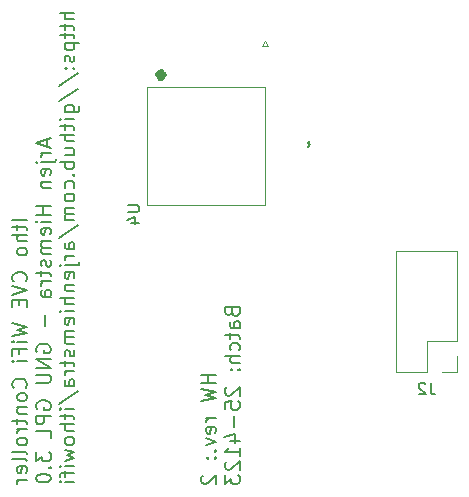
<source format=gbo>
G04 #@! TF.GenerationSoftware,KiCad,Pcbnew,7.0.7*
G04 #@! TF.CreationDate,2023-10-13T16:37:57+02:00*
G04 #@! TF.ProjectId,ithowifi_4l,6974686f-7769-4666-995f-346c2e6b6963,rev?*
G04 #@! TF.SameCoordinates,Original*
G04 #@! TF.FileFunction,Legend,Bot*
G04 #@! TF.FilePolarity,Positive*
%FSLAX46Y46*%
G04 Gerber Fmt 4.6, Leading zero omitted, Abs format (unit mm)*
G04 Created by KiCad (PCBNEW 7.0.7) date 2023-10-13 16:37:57*
%MOMM*%
%LPD*%
G01*
G04 APERTURE LIST*
%ADD10C,0.200000*%
%ADD11C,0.150000*%
%ADD12C,0.120000*%
%ADD13C,0.100000*%
%ADD14C,0.635000*%
G04 APERTURE END LIST*
D10*
X86951963Y-126225092D02*
X85705963Y-126225092D01*
X86121296Y-126640425D02*
X86121296Y-127115092D01*
X85705963Y-126818425D02*
X86773963Y-126818425D01*
X86773963Y-126818425D02*
X86892630Y-126877759D01*
X86892630Y-126877759D02*
X86951963Y-126996425D01*
X86951963Y-126996425D02*
X86951963Y-127115092D01*
X86951963Y-127530425D02*
X85705963Y-127530425D01*
X86951963Y-128064425D02*
X86299296Y-128064425D01*
X86299296Y-128064425D02*
X86180630Y-128005092D01*
X86180630Y-128005092D02*
X86121296Y-127886425D01*
X86121296Y-127886425D02*
X86121296Y-127708425D01*
X86121296Y-127708425D02*
X86180630Y-127589759D01*
X86180630Y-127589759D02*
X86239963Y-127530425D01*
X86951963Y-128835758D02*
X86892630Y-128717092D01*
X86892630Y-128717092D02*
X86833296Y-128657758D01*
X86833296Y-128657758D02*
X86714630Y-128598425D01*
X86714630Y-128598425D02*
X86358630Y-128598425D01*
X86358630Y-128598425D02*
X86239963Y-128657758D01*
X86239963Y-128657758D02*
X86180630Y-128717092D01*
X86180630Y-128717092D02*
X86121296Y-128835758D01*
X86121296Y-128835758D02*
X86121296Y-129013758D01*
X86121296Y-129013758D02*
X86180630Y-129132425D01*
X86180630Y-129132425D02*
X86239963Y-129191758D01*
X86239963Y-129191758D02*
X86358630Y-129251092D01*
X86358630Y-129251092D02*
X86714630Y-129251092D01*
X86714630Y-129251092D02*
X86833296Y-129191758D01*
X86833296Y-129191758D02*
X86892630Y-129132425D01*
X86892630Y-129132425D02*
X86951963Y-129013758D01*
X86951963Y-129013758D02*
X86951963Y-128835758D01*
X86833296Y-131446424D02*
X86892630Y-131387091D01*
X86892630Y-131387091D02*
X86951963Y-131209091D01*
X86951963Y-131209091D02*
X86951963Y-131090424D01*
X86951963Y-131090424D02*
X86892630Y-130912424D01*
X86892630Y-130912424D02*
X86773963Y-130793758D01*
X86773963Y-130793758D02*
X86655296Y-130734424D01*
X86655296Y-130734424D02*
X86417963Y-130675091D01*
X86417963Y-130675091D02*
X86239963Y-130675091D01*
X86239963Y-130675091D02*
X86002630Y-130734424D01*
X86002630Y-130734424D02*
X85883963Y-130793758D01*
X85883963Y-130793758D02*
X85765296Y-130912424D01*
X85765296Y-130912424D02*
X85705963Y-131090424D01*
X85705963Y-131090424D02*
X85705963Y-131209091D01*
X85705963Y-131209091D02*
X85765296Y-131387091D01*
X85765296Y-131387091D02*
X85824630Y-131446424D01*
X85705963Y-131802424D02*
X86951963Y-132217758D01*
X86951963Y-132217758D02*
X85705963Y-132633091D01*
X86299296Y-133048424D02*
X86299296Y-133463758D01*
X86951963Y-133641758D02*
X86951963Y-133048424D01*
X86951963Y-133048424D02*
X85705963Y-133048424D01*
X85705963Y-133048424D02*
X85705963Y-133641758D01*
X85705963Y-135006424D02*
X86951963Y-135303090D01*
X86951963Y-135303090D02*
X86061963Y-135540424D01*
X86061963Y-135540424D02*
X86951963Y-135777757D01*
X86951963Y-135777757D02*
X85705963Y-136074424D01*
X86951963Y-136549090D02*
X86121296Y-136549090D01*
X85705963Y-136549090D02*
X85765296Y-136489757D01*
X85765296Y-136489757D02*
X85824630Y-136549090D01*
X85824630Y-136549090D02*
X85765296Y-136608424D01*
X85765296Y-136608424D02*
X85705963Y-136549090D01*
X85705963Y-136549090D02*
X85824630Y-136549090D01*
X86299296Y-137557757D02*
X86299296Y-137142423D01*
X86951963Y-137142423D02*
X85705963Y-137142423D01*
X85705963Y-137142423D02*
X85705963Y-137735757D01*
X86951963Y-138210423D02*
X86121296Y-138210423D01*
X85705963Y-138210423D02*
X85765296Y-138151090D01*
X85765296Y-138151090D02*
X85824630Y-138210423D01*
X85824630Y-138210423D02*
X85765296Y-138269757D01*
X85765296Y-138269757D02*
X85705963Y-138210423D01*
X85705963Y-138210423D02*
X85824630Y-138210423D01*
X86833296Y-140465089D02*
X86892630Y-140405756D01*
X86892630Y-140405756D02*
X86951963Y-140227756D01*
X86951963Y-140227756D02*
X86951963Y-140109089D01*
X86951963Y-140109089D02*
X86892630Y-139931089D01*
X86892630Y-139931089D02*
X86773963Y-139812423D01*
X86773963Y-139812423D02*
X86655296Y-139753089D01*
X86655296Y-139753089D02*
X86417963Y-139693756D01*
X86417963Y-139693756D02*
X86239963Y-139693756D01*
X86239963Y-139693756D02*
X86002630Y-139753089D01*
X86002630Y-139753089D02*
X85883963Y-139812423D01*
X85883963Y-139812423D02*
X85765296Y-139931089D01*
X85765296Y-139931089D02*
X85705963Y-140109089D01*
X85705963Y-140109089D02*
X85705963Y-140227756D01*
X85705963Y-140227756D02*
X85765296Y-140405756D01*
X85765296Y-140405756D02*
X85824630Y-140465089D01*
X86951963Y-141177089D02*
X86892630Y-141058423D01*
X86892630Y-141058423D02*
X86833296Y-140999089D01*
X86833296Y-140999089D02*
X86714630Y-140939756D01*
X86714630Y-140939756D02*
X86358630Y-140939756D01*
X86358630Y-140939756D02*
X86239963Y-140999089D01*
X86239963Y-140999089D02*
X86180630Y-141058423D01*
X86180630Y-141058423D02*
X86121296Y-141177089D01*
X86121296Y-141177089D02*
X86121296Y-141355089D01*
X86121296Y-141355089D02*
X86180630Y-141473756D01*
X86180630Y-141473756D02*
X86239963Y-141533089D01*
X86239963Y-141533089D02*
X86358630Y-141592423D01*
X86358630Y-141592423D02*
X86714630Y-141592423D01*
X86714630Y-141592423D02*
X86833296Y-141533089D01*
X86833296Y-141533089D02*
X86892630Y-141473756D01*
X86892630Y-141473756D02*
X86951963Y-141355089D01*
X86951963Y-141355089D02*
X86951963Y-141177089D01*
X86121296Y-142126422D02*
X86951963Y-142126422D01*
X86239963Y-142126422D02*
X86180630Y-142185756D01*
X86180630Y-142185756D02*
X86121296Y-142304422D01*
X86121296Y-142304422D02*
X86121296Y-142482422D01*
X86121296Y-142482422D02*
X86180630Y-142601089D01*
X86180630Y-142601089D02*
X86299296Y-142660422D01*
X86299296Y-142660422D02*
X86951963Y-142660422D01*
X86121296Y-143075755D02*
X86121296Y-143550422D01*
X85705963Y-143253755D02*
X86773963Y-143253755D01*
X86773963Y-143253755D02*
X86892630Y-143313089D01*
X86892630Y-143313089D02*
X86951963Y-143431755D01*
X86951963Y-143431755D02*
X86951963Y-143550422D01*
X86951963Y-143965755D02*
X86121296Y-143965755D01*
X86358630Y-143965755D02*
X86239963Y-144025089D01*
X86239963Y-144025089D02*
X86180630Y-144084422D01*
X86180630Y-144084422D02*
X86121296Y-144203089D01*
X86121296Y-144203089D02*
X86121296Y-144321755D01*
X86951963Y-144915088D02*
X86892630Y-144796422D01*
X86892630Y-144796422D02*
X86833296Y-144737088D01*
X86833296Y-144737088D02*
X86714630Y-144677755D01*
X86714630Y-144677755D02*
X86358630Y-144677755D01*
X86358630Y-144677755D02*
X86239963Y-144737088D01*
X86239963Y-144737088D02*
X86180630Y-144796422D01*
X86180630Y-144796422D02*
X86121296Y-144915088D01*
X86121296Y-144915088D02*
X86121296Y-145093088D01*
X86121296Y-145093088D02*
X86180630Y-145211755D01*
X86180630Y-145211755D02*
X86239963Y-145271088D01*
X86239963Y-145271088D02*
X86358630Y-145330422D01*
X86358630Y-145330422D02*
X86714630Y-145330422D01*
X86714630Y-145330422D02*
X86833296Y-145271088D01*
X86833296Y-145271088D02*
X86892630Y-145211755D01*
X86892630Y-145211755D02*
X86951963Y-145093088D01*
X86951963Y-145093088D02*
X86951963Y-144915088D01*
X86951963Y-146042421D02*
X86892630Y-145923755D01*
X86892630Y-145923755D02*
X86773963Y-145864421D01*
X86773963Y-145864421D02*
X85705963Y-145864421D01*
X86951963Y-146695088D02*
X86892630Y-146576422D01*
X86892630Y-146576422D02*
X86773963Y-146517088D01*
X86773963Y-146517088D02*
X85705963Y-146517088D01*
X86892630Y-147644422D02*
X86951963Y-147525755D01*
X86951963Y-147525755D02*
X86951963Y-147288422D01*
X86951963Y-147288422D02*
X86892630Y-147169755D01*
X86892630Y-147169755D02*
X86773963Y-147110422D01*
X86773963Y-147110422D02*
X86299296Y-147110422D01*
X86299296Y-147110422D02*
X86180630Y-147169755D01*
X86180630Y-147169755D02*
X86121296Y-147288422D01*
X86121296Y-147288422D02*
X86121296Y-147525755D01*
X86121296Y-147525755D02*
X86180630Y-147644422D01*
X86180630Y-147644422D02*
X86299296Y-147703755D01*
X86299296Y-147703755D02*
X86417963Y-147703755D01*
X86417963Y-147703755D02*
X86536630Y-147110422D01*
X86951963Y-148237755D02*
X86121296Y-148237755D01*
X86358630Y-148237755D02*
X86239963Y-148297089D01*
X86239963Y-148297089D02*
X86180630Y-148356422D01*
X86180630Y-148356422D02*
X86121296Y-148475089D01*
X86121296Y-148475089D02*
X86121296Y-148593755D01*
X88602023Y-119461092D02*
X88602023Y-120054425D01*
X88958023Y-119342425D02*
X87712023Y-119757759D01*
X87712023Y-119757759D02*
X88958023Y-120173092D01*
X88958023Y-120588425D02*
X88127356Y-120588425D01*
X88364690Y-120588425D02*
X88246023Y-120647759D01*
X88246023Y-120647759D02*
X88186690Y-120707092D01*
X88186690Y-120707092D02*
X88127356Y-120825759D01*
X88127356Y-120825759D02*
X88127356Y-120944425D01*
X88127356Y-121359758D02*
X89195356Y-121359758D01*
X89195356Y-121359758D02*
X89314023Y-121300425D01*
X89314023Y-121300425D02*
X89373356Y-121181758D01*
X89373356Y-121181758D02*
X89373356Y-121122425D01*
X87712023Y-121359758D02*
X87771356Y-121300425D01*
X87771356Y-121300425D02*
X87830690Y-121359758D01*
X87830690Y-121359758D02*
X87771356Y-121419092D01*
X87771356Y-121419092D02*
X87712023Y-121359758D01*
X87712023Y-121359758D02*
X87830690Y-121359758D01*
X88898690Y-122427758D02*
X88958023Y-122309091D01*
X88958023Y-122309091D02*
X88958023Y-122071758D01*
X88958023Y-122071758D02*
X88898690Y-121953091D01*
X88898690Y-121953091D02*
X88780023Y-121893758D01*
X88780023Y-121893758D02*
X88305356Y-121893758D01*
X88305356Y-121893758D02*
X88186690Y-121953091D01*
X88186690Y-121953091D02*
X88127356Y-122071758D01*
X88127356Y-122071758D02*
X88127356Y-122309091D01*
X88127356Y-122309091D02*
X88186690Y-122427758D01*
X88186690Y-122427758D02*
X88305356Y-122487091D01*
X88305356Y-122487091D02*
X88424023Y-122487091D01*
X88424023Y-122487091D02*
X88542690Y-121893758D01*
X88127356Y-123021091D02*
X88958023Y-123021091D01*
X88246023Y-123021091D02*
X88186690Y-123080425D01*
X88186690Y-123080425D02*
X88127356Y-123199091D01*
X88127356Y-123199091D02*
X88127356Y-123377091D01*
X88127356Y-123377091D02*
X88186690Y-123495758D01*
X88186690Y-123495758D02*
X88305356Y-123555091D01*
X88305356Y-123555091D02*
X88958023Y-123555091D01*
X88958023Y-125097757D02*
X87712023Y-125097757D01*
X88305356Y-125097757D02*
X88305356Y-125809757D01*
X88958023Y-125809757D02*
X87712023Y-125809757D01*
X88958023Y-126403090D02*
X88127356Y-126403090D01*
X87712023Y-126403090D02*
X87771356Y-126343757D01*
X87771356Y-126343757D02*
X87830690Y-126403090D01*
X87830690Y-126403090D02*
X87771356Y-126462424D01*
X87771356Y-126462424D02*
X87712023Y-126403090D01*
X87712023Y-126403090D02*
X87830690Y-126403090D01*
X88898690Y-127471090D02*
X88958023Y-127352423D01*
X88958023Y-127352423D02*
X88958023Y-127115090D01*
X88958023Y-127115090D02*
X88898690Y-126996423D01*
X88898690Y-126996423D02*
X88780023Y-126937090D01*
X88780023Y-126937090D02*
X88305356Y-126937090D01*
X88305356Y-126937090D02*
X88186690Y-126996423D01*
X88186690Y-126996423D02*
X88127356Y-127115090D01*
X88127356Y-127115090D02*
X88127356Y-127352423D01*
X88127356Y-127352423D02*
X88186690Y-127471090D01*
X88186690Y-127471090D02*
X88305356Y-127530423D01*
X88305356Y-127530423D02*
X88424023Y-127530423D01*
X88424023Y-127530423D02*
X88542690Y-126937090D01*
X88958023Y-128064423D02*
X88127356Y-128064423D01*
X88246023Y-128064423D02*
X88186690Y-128123757D01*
X88186690Y-128123757D02*
X88127356Y-128242423D01*
X88127356Y-128242423D02*
X88127356Y-128420423D01*
X88127356Y-128420423D02*
X88186690Y-128539090D01*
X88186690Y-128539090D02*
X88305356Y-128598423D01*
X88305356Y-128598423D02*
X88958023Y-128598423D01*
X88305356Y-128598423D02*
X88186690Y-128657757D01*
X88186690Y-128657757D02*
X88127356Y-128776423D01*
X88127356Y-128776423D02*
X88127356Y-128954423D01*
X88127356Y-128954423D02*
X88186690Y-129073090D01*
X88186690Y-129073090D02*
X88305356Y-129132423D01*
X88305356Y-129132423D02*
X88958023Y-129132423D01*
X88898690Y-129666423D02*
X88958023Y-129785090D01*
X88958023Y-129785090D02*
X88958023Y-130022423D01*
X88958023Y-130022423D02*
X88898690Y-130141090D01*
X88898690Y-130141090D02*
X88780023Y-130200423D01*
X88780023Y-130200423D02*
X88720690Y-130200423D01*
X88720690Y-130200423D02*
X88602023Y-130141090D01*
X88602023Y-130141090D02*
X88542690Y-130022423D01*
X88542690Y-130022423D02*
X88542690Y-129844423D01*
X88542690Y-129844423D02*
X88483356Y-129725756D01*
X88483356Y-129725756D02*
X88364690Y-129666423D01*
X88364690Y-129666423D02*
X88305356Y-129666423D01*
X88305356Y-129666423D02*
X88186690Y-129725756D01*
X88186690Y-129725756D02*
X88127356Y-129844423D01*
X88127356Y-129844423D02*
X88127356Y-130022423D01*
X88127356Y-130022423D02*
X88186690Y-130141090D01*
X88127356Y-130556423D02*
X88127356Y-131031090D01*
X87712023Y-130734423D02*
X88780023Y-130734423D01*
X88780023Y-130734423D02*
X88898690Y-130793757D01*
X88898690Y-130793757D02*
X88958023Y-130912423D01*
X88958023Y-130912423D02*
X88958023Y-131031090D01*
X88958023Y-131446423D02*
X88127356Y-131446423D01*
X88364690Y-131446423D02*
X88246023Y-131505757D01*
X88246023Y-131505757D02*
X88186690Y-131565090D01*
X88186690Y-131565090D02*
X88127356Y-131683757D01*
X88127356Y-131683757D02*
X88127356Y-131802423D01*
X88958023Y-132751756D02*
X88305356Y-132751756D01*
X88305356Y-132751756D02*
X88186690Y-132692423D01*
X88186690Y-132692423D02*
X88127356Y-132573756D01*
X88127356Y-132573756D02*
X88127356Y-132336423D01*
X88127356Y-132336423D02*
X88186690Y-132217756D01*
X88898690Y-132751756D02*
X88958023Y-132633090D01*
X88958023Y-132633090D02*
X88958023Y-132336423D01*
X88958023Y-132336423D02*
X88898690Y-132217756D01*
X88898690Y-132217756D02*
X88780023Y-132158423D01*
X88780023Y-132158423D02*
X88661356Y-132158423D01*
X88661356Y-132158423D02*
X88542690Y-132217756D01*
X88542690Y-132217756D02*
X88483356Y-132336423D01*
X88483356Y-132336423D02*
X88483356Y-132633090D01*
X88483356Y-132633090D02*
X88424023Y-132751756D01*
X88483356Y-134294422D02*
X88483356Y-135243756D01*
X87771356Y-137439089D02*
X87712023Y-137320422D01*
X87712023Y-137320422D02*
X87712023Y-137142422D01*
X87712023Y-137142422D02*
X87771356Y-136964422D01*
X87771356Y-136964422D02*
X87890023Y-136845756D01*
X87890023Y-136845756D02*
X88008690Y-136786422D01*
X88008690Y-136786422D02*
X88246023Y-136727089D01*
X88246023Y-136727089D02*
X88424023Y-136727089D01*
X88424023Y-136727089D02*
X88661356Y-136786422D01*
X88661356Y-136786422D02*
X88780023Y-136845756D01*
X88780023Y-136845756D02*
X88898690Y-136964422D01*
X88898690Y-136964422D02*
X88958023Y-137142422D01*
X88958023Y-137142422D02*
X88958023Y-137261089D01*
X88958023Y-137261089D02*
X88898690Y-137439089D01*
X88898690Y-137439089D02*
X88839356Y-137498422D01*
X88839356Y-137498422D02*
X88424023Y-137498422D01*
X88424023Y-137498422D02*
X88424023Y-137261089D01*
X88958023Y-138032422D02*
X87712023Y-138032422D01*
X87712023Y-138032422D02*
X88958023Y-138744422D01*
X88958023Y-138744422D02*
X87712023Y-138744422D01*
X87712023Y-139337755D02*
X88720690Y-139337755D01*
X88720690Y-139337755D02*
X88839356Y-139397089D01*
X88839356Y-139397089D02*
X88898690Y-139456422D01*
X88898690Y-139456422D02*
X88958023Y-139575089D01*
X88958023Y-139575089D02*
X88958023Y-139812422D01*
X88958023Y-139812422D02*
X88898690Y-139931089D01*
X88898690Y-139931089D02*
X88839356Y-139990422D01*
X88839356Y-139990422D02*
X88720690Y-140049755D01*
X88720690Y-140049755D02*
X87712023Y-140049755D01*
X87771356Y-142245088D02*
X87712023Y-142126421D01*
X87712023Y-142126421D02*
X87712023Y-141948421D01*
X87712023Y-141948421D02*
X87771356Y-141770421D01*
X87771356Y-141770421D02*
X87890023Y-141651755D01*
X87890023Y-141651755D02*
X88008690Y-141592421D01*
X88008690Y-141592421D02*
X88246023Y-141533088D01*
X88246023Y-141533088D02*
X88424023Y-141533088D01*
X88424023Y-141533088D02*
X88661356Y-141592421D01*
X88661356Y-141592421D02*
X88780023Y-141651755D01*
X88780023Y-141651755D02*
X88898690Y-141770421D01*
X88898690Y-141770421D02*
X88958023Y-141948421D01*
X88958023Y-141948421D02*
X88958023Y-142067088D01*
X88958023Y-142067088D02*
X88898690Y-142245088D01*
X88898690Y-142245088D02*
X88839356Y-142304421D01*
X88839356Y-142304421D02*
X88424023Y-142304421D01*
X88424023Y-142304421D02*
X88424023Y-142067088D01*
X88958023Y-142838421D02*
X87712023Y-142838421D01*
X87712023Y-142838421D02*
X87712023Y-143313088D01*
X87712023Y-143313088D02*
X87771356Y-143431755D01*
X87771356Y-143431755D02*
X87830690Y-143491088D01*
X87830690Y-143491088D02*
X87949356Y-143550421D01*
X87949356Y-143550421D02*
X88127356Y-143550421D01*
X88127356Y-143550421D02*
X88246023Y-143491088D01*
X88246023Y-143491088D02*
X88305356Y-143431755D01*
X88305356Y-143431755D02*
X88364690Y-143313088D01*
X88364690Y-143313088D02*
X88364690Y-142838421D01*
X88958023Y-144677755D02*
X88958023Y-144084421D01*
X88958023Y-144084421D02*
X87712023Y-144084421D01*
X87712023Y-145923755D02*
X87712023Y-146695088D01*
X87712023Y-146695088D02*
X88186690Y-146279755D01*
X88186690Y-146279755D02*
X88186690Y-146457755D01*
X88186690Y-146457755D02*
X88246023Y-146576421D01*
X88246023Y-146576421D02*
X88305356Y-146635755D01*
X88305356Y-146635755D02*
X88424023Y-146695088D01*
X88424023Y-146695088D02*
X88720690Y-146695088D01*
X88720690Y-146695088D02*
X88839356Y-146635755D01*
X88839356Y-146635755D02*
X88898690Y-146576421D01*
X88898690Y-146576421D02*
X88958023Y-146457755D01*
X88958023Y-146457755D02*
X88958023Y-146101755D01*
X88958023Y-146101755D02*
X88898690Y-145983088D01*
X88898690Y-145983088D02*
X88839356Y-145923755D01*
X88839356Y-147229088D02*
X88898690Y-147288422D01*
X88898690Y-147288422D02*
X88958023Y-147229088D01*
X88958023Y-147229088D02*
X88898690Y-147169755D01*
X88898690Y-147169755D02*
X88839356Y-147229088D01*
X88839356Y-147229088D02*
X88958023Y-147229088D01*
X87712023Y-148059755D02*
X87712023Y-148178421D01*
X87712023Y-148178421D02*
X87771356Y-148297088D01*
X87771356Y-148297088D02*
X87830690Y-148356421D01*
X87830690Y-148356421D02*
X87949356Y-148415755D01*
X87949356Y-148415755D02*
X88186690Y-148475088D01*
X88186690Y-148475088D02*
X88483356Y-148475088D01*
X88483356Y-148475088D02*
X88720690Y-148415755D01*
X88720690Y-148415755D02*
X88839356Y-148356421D01*
X88839356Y-148356421D02*
X88898690Y-148297088D01*
X88898690Y-148297088D02*
X88958023Y-148178421D01*
X88958023Y-148178421D02*
X88958023Y-148059755D01*
X88958023Y-148059755D02*
X88898690Y-147941088D01*
X88898690Y-147941088D02*
X88839356Y-147881755D01*
X88839356Y-147881755D02*
X88720690Y-147822421D01*
X88720690Y-147822421D02*
X88483356Y-147763088D01*
X88483356Y-147763088D02*
X88186690Y-147763088D01*
X88186690Y-147763088D02*
X87949356Y-147822421D01*
X87949356Y-147822421D02*
X87830690Y-147881755D01*
X87830690Y-147881755D02*
X87771356Y-147941088D01*
X87771356Y-147941088D02*
X87712023Y-148059755D01*
X90964083Y-108721764D02*
X89718083Y-108721764D01*
X90964083Y-109255764D02*
X90311416Y-109255764D01*
X90311416Y-109255764D02*
X90192750Y-109196431D01*
X90192750Y-109196431D02*
X90133416Y-109077764D01*
X90133416Y-109077764D02*
X90133416Y-108899764D01*
X90133416Y-108899764D02*
X90192750Y-108781098D01*
X90192750Y-108781098D02*
X90252083Y-108721764D01*
X90133416Y-109671097D02*
X90133416Y-110145764D01*
X89718083Y-109849097D02*
X90786083Y-109849097D01*
X90786083Y-109849097D02*
X90904750Y-109908431D01*
X90904750Y-109908431D02*
X90964083Y-110027097D01*
X90964083Y-110027097D02*
X90964083Y-110145764D01*
X90133416Y-110383097D02*
X90133416Y-110857764D01*
X89718083Y-110561097D02*
X90786083Y-110561097D01*
X90786083Y-110561097D02*
X90904750Y-110620431D01*
X90904750Y-110620431D02*
X90964083Y-110739097D01*
X90964083Y-110739097D02*
X90964083Y-110857764D01*
X90133416Y-111273097D02*
X91379416Y-111273097D01*
X90192750Y-111273097D02*
X90133416Y-111391764D01*
X90133416Y-111391764D02*
X90133416Y-111629097D01*
X90133416Y-111629097D02*
X90192750Y-111747764D01*
X90192750Y-111747764D02*
X90252083Y-111807097D01*
X90252083Y-111807097D02*
X90370750Y-111866431D01*
X90370750Y-111866431D02*
X90726750Y-111866431D01*
X90726750Y-111866431D02*
X90845416Y-111807097D01*
X90845416Y-111807097D02*
X90904750Y-111747764D01*
X90904750Y-111747764D02*
X90964083Y-111629097D01*
X90964083Y-111629097D02*
X90964083Y-111391764D01*
X90964083Y-111391764D02*
X90904750Y-111273097D01*
X90904750Y-112341097D02*
X90964083Y-112459764D01*
X90964083Y-112459764D02*
X90964083Y-112697097D01*
X90964083Y-112697097D02*
X90904750Y-112815764D01*
X90904750Y-112815764D02*
X90786083Y-112875097D01*
X90786083Y-112875097D02*
X90726750Y-112875097D01*
X90726750Y-112875097D02*
X90608083Y-112815764D01*
X90608083Y-112815764D02*
X90548750Y-112697097D01*
X90548750Y-112697097D02*
X90548750Y-112519097D01*
X90548750Y-112519097D02*
X90489416Y-112400430D01*
X90489416Y-112400430D02*
X90370750Y-112341097D01*
X90370750Y-112341097D02*
X90311416Y-112341097D01*
X90311416Y-112341097D02*
X90192750Y-112400430D01*
X90192750Y-112400430D02*
X90133416Y-112519097D01*
X90133416Y-112519097D02*
X90133416Y-112697097D01*
X90133416Y-112697097D02*
X90192750Y-112815764D01*
X90845416Y-113409097D02*
X90904750Y-113468431D01*
X90904750Y-113468431D02*
X90964083Y-113409097D01*
X90964083Y-113409097D02*
X90904750Y-113349764D01*
X90904750Y-113349764D02*
X90845416Y-113409097D01*
X90845416Y-113409097D02*
X90964083Y-113409097D01*
X90192750Y-113409097D02*
X90252083Y-113468431D01*
X90252083Y-113468431D02*
X90311416Y-113409097D01*
X90311416Y-113409097D02*
X90252083Y-113349764D01*
X90252083Y-113349764D02*
X90192750Y-113409097D01*
X90192750Y-113409097D02*
X90311416Y-113409097D01*
X89658750Y-114892430D02*
X91260750Y-113824430D01*
X89658750Y-116197763D02*
X91260750Y-115129763D01*
X90133416Y-117147096D02*
X91142083Y-117147096D01*
X91142083Y-117147096D02*
X91260750Y-117087763D01*
X91260750Y-117087763D02*
X91320083Y-117028430D01*
X91320083Y-117028430D02*
X91379416Y-116909763D01*
X91379416Y-116909763D02*
X91379416Y-116731763D01*
X91379416Y-116731763D02*
X91320083Y-116613096D01*
X90904750Y-117147096D02*
X90964083Y-117028430D01*
X90964083Y-117028430D02*
X90964083Y-116791096D01*
X90964083Y-116791096D02*
X90904750Y-116672430D01*
X90904750Y-116672430D02*
X90845416Y-116613096D01*
X90845416Y-116613096D02*
X90726750Y-116553763D01*
X90726750Y-116553763D02*
X90370750Y-116553763D01*
X90370750Y-116553763D02*
X90252083Y-116613096D01*
X90252083Y-116613096D02*
X90192750Y-116672430D01*
X90192750Y-116672430D02*
X90133416Y-116791096D01*
X90133416Y-116791096D02*
X90133416Y-117028430D01*
X90133416Y-117028430D02*
X90192750Y-117147096D01*
X90964083Y-117740429D02*
X90133416Y-117740429D01*
X89718083Y-117740429D02*
X89777416Y-117681096D01*
X89777416Y-117681096D02*
X89836750Y-117740429D01*
X89836750Y-117740429D02*
X89777416Y-117799763D01*
X89777416Y-117799763D02*
X89718083Y-117740429D01*
X89718083Y-117740429D02*
X89836750Y-117740429D01*
X90133416Y-118155762D02*
X90133416Y-118630429D01*
X89718083Y-118333762D02*
X90786083Y-118333762D01*
X90786083Y-118333762D02*
X90904750Y-118393096D01*
X90904750Y-118393096D02*
X90964083Y-118511762D01*
X90964083Y-118511762D02*
X90964083Y-118630429D01*
X90964083Y-119045762D02*
X89718083Y-119045762D01*
X90964083Y-119579762D02*
X90311416Y-119579762D01*
X90311416Y-119579762D02*
X90192750Y-119520429D01*
X90192750Y-119520429D02*
X90133416Y-119401762D01*
X90133416Y-119401762D02*
X90133416Y-119223762D01*
X90133416Y-119223762D02*
X90192750Y-119105096D01*
X90192750Y-119105096D02*
X90252083Y-119045762D01*
X90133416Y-120707095D02*
X90964083Y-120707095D01*
X90133416Y-120173095D02*
X90786083Y-120173095D01*
X90786083Y-120173095D02*
X90904750Y-120232429D01*
X90904750Y-120232429D02*
X90964083Y-120351095D01*
X90964083Y-120351095D02*
X90964083Y-120529095D01*
X90964083Y-120529095D02*
X90904750Y-120647762D01*
X90904750Y-120647762D02*
X90845416Y-120707095D01*
X90964083Y-121300428D02*
X89718083Y-121300428D01*
X90192750Y-121300428D02*
X90133416Y-121419095D01*
X90133416Y-121419095D02*
X90133416Y-121656428D01*
X90133416Y-121656428D02*
X90192750Y-121775095D01*
X90192750Y-121775095D02*
X90252083Y-121834428D01*
X90252083Y-121834428D02*
X90370750Y-121893762D01*
X90370750Y-121893762D02*
X90726750Y-121893762D01*
X90726750Y-121893762D02*
X90845416Y-121834428D01*
X90845416Y-121834428D02*
X90904750Y-121775095D01*
X90904750Y-121775095D02*
X90964083Y-121656428D01*
X90964083Y-121656428D02*
X90964083Y-121419095D01*
X90964083Y-121419095D02*
X90904750Y-121300428D01*
X90845416Y-122427761D02*
X90904750Y-122487095D01*
X90904750Y-122487095D02*
X90964083Y-122427761D01*
X90964083Y-122427761D02*
X90904750Y-122368428D01*
X90904750Y-122368428D02*
X90845416Y-122427761D01*
X90845416Y-122427761D02*
X90964083Y-122427761D01*
X90904750Y-123555094D02*
X90964083Y-123436428D01*
X90964083Y-123436428D02*
X90964083Y-123199094D01*
X90964083Y-123199094D02*
X90904750Y-123080428D01*
X90904750Y-123080428D02*
X90845416Y-123021094D01*
X90845416Y-123021094D02*
X90726750Y-122961761D01*
X90726750Y-122961761D02*
X90370750Y-122961761D01*
X90370750Y-122961761D02*
X90252083Y-123021094D01*
X90252083Y-123021094D02*
X90192750Y-123080428D01*
X90192750Y-123080428D02*
X90133416Y-123199094D01*
X90133416Y-123199094D02*
X90133416Y-123436428D01*
X90133416Y-123436428D02*
X90192750Y-123555094D01*
X90964083Y-124267094D02*
X90904750Y-124148428D01*
X90904750Y-124148428D02*
X90845416Y-124089094D01*
X90845416Y-124089094D02*
X90726750Y-124029761D01*
X90726750Y-124029761D02*
X90370750Y-124029761D01*
X90370750Y-124029761D02*
X90252083Y-124089094D01*
X90252083Y-124089094D02*
X90192750Y-124148428D01*
X90192750Y-124148428D02*
X90133416Y-124267094D01*
X90133416Y-124267094D02*
X90133416Y-124445094D01*
X90133416Y-124445094D02*
X90192750Y-124563761D01*
X90192750Y-124563761D02*
X90252083Y-124623094D01*
X90252083Y-124623094D02*
X90370750Y-124682428D01*
X90370750Y-124682428D02*
X90726750Y-124682428D01*
X90726750Y-124682428D02*
X90845416Y-124623094D01*
X90845416Y-124623094D02*
X90904750Y-124563761D01*
X90904750Y-124563761D02*
X90964083Y-124445094D01*
X90964083Y-124445094D02*
X90964083Y-124267094D01*
X90964083Y-125216427D02*
X90133416Y-125216427D01*
X90252083Y-125216427D02*
X90192750Y-125275761D01*
X90192750Y-125275761D02*
X90133416Y-125394427D01*
X90133416Y-125394427D02*
X90133416Y-125572427D01*
X90133416Y-125572427D02*
X90192750Y-125691094D01*
X90192750Y-125691094D02*
X90311416Y-125750427D01*
X90311416Y-125750427D02*
X90964083Y-125750427D01*
X90311416Y-125750427D02*
X90192750Y-125809761D01*
X90192750Y-125809761D02*
X90133416Y-125928427D01*
X90133416Y-125928427D02*
X90133416Y-126106427D01*
X90133416Y-126106427D02*
X90192750Y-126225094D01*
X90192750Y-126225094D02*
X90311416Y-126284427D01*
X90311416Y-126284427D02*
X90964083Y-126284427D01*
X89658750Y-127767760D02*
X91260750Y-126699760D01*
X90964083Y-128717093D02*
X90311416Y-128717093D01*
X90311416Y-128717093D02*
X90192750Y-128657760D01*
X90192750Y-128657760D02*
X90133416Y-128539093D01*
X90133416Y-128539093D02*
X90133416Y-128301760D01*
X90133416Y-128301760D02*
X90192750Y-128183093D01*
X90904750Y-128717093D02*
X90964083Y-128598427D01*
X90964083Y-128598427D02*
X90964083Y-128301760D01*
X90964083Y-128301760D02*
X90904750Y-128183093D01*
X90904750Y-128183093D02*
X90786083Y-128123760D01*
X90786083Y-128123760D02*
X90667416Y-128123760D01*
X90667416Y-128123760D02*
X90548750Y-128183093D01*
X90548750Y-128183093D02*
X90489416Y-128301760D01*
X90489416Y-128301760D02*
X90489416Y-128598427D01*
X90489416Y-128598427D02*
X90430083Y-128717093D01*
X90964083Y-129310426D02*
X90133416Y-129310426D01*
X90370750Y-129310426D02*
X90252083Y-129369760D01*
X90252083Y-129369760D02*
X90192750Y-129429093D01*
X90192750Y-129429093D02*
X90133416Y-129547760D01*
X90133416Y-129547760D02*
X90133416Y-129666426D01*
X90133416Y-130081759D02*
X91201416Y-130081759D01*
X91201416Y-130081759D02*
X91320083Y-130022426D01*
X91320083Y-130022426D02*
X91379416Y-129903759D01*
X91379416Y-129903759D02*
X91379416Y-129844426D01*
X89718083Y-130081759D02*
X89777416Y-130022426D01*
X89777416Y-130022426D02*
X89836750Y-130081759D01*
X89836750Y-130081759D02*
X89777416Y-130141093D01*
X89777416Y-130141093D02*
X89718083Y-130081759D01*
X89718083Y-130081759D02*
X89836750Y-130081759D01*
X90904750Y-131149759D02*
X90964083Y-131031092D01*
X90964083Y-131031092D02*
X90964083Y-130793759D01*
X90964083Y-130793759D02*
X90904750Y-130675092D01*
X90904750Y-130675092D02*
X90786083Y-130615759D01*
X90786083Y-130615759D02*
X90311416Y-130615759D01*
X90311416Y-130615759D02*
X90192750Y-130675092D01*
X90192750Y-130675092D02*
X90133416Y-130793759D01*
X90133416Y-130793759D02*
X90133416Y-131031092D01*
X90133416Y-131031092D02*
X90192750Y-131149759D01*
X90192750Y-131149759D02*
X90311416Y-131209092D01*
X90311416Y-131209092D02*
X90430083Y-131209092D01*
X90430083Y-131209092D02*
X90548750Y-130615759D01*
X90133416Y-131743092D02*
X90964083Y-131743092D01*
X90252083Y-131743092D02*
X90192750Y-131802426D01*
X90192750Y-131802426D02*
X90133416Y-131921092D01*
X90133416Y-131921092D02*
X90133416Y-132099092D01*
X90133416Y-132099092D02*
X90192750Y-132217759D01*
X90192750Y-132217759D02*
X90311416Y-132277092D01*
X90311416Y-132277092D02*
X90964083Y-132277092D01*
X90964083Y-132870425D02*
X89718083Y-132870425D01*
X90964083Y-133404425D02*
X90311416Y-133404425D01*
X90311416Y-133404425D02*
X90192750Y-133345092D01*
X90192750Y-133345092D02*
X90133416Y-133226425D01*
X90133416Y-133226425D02*
X90133416Y-133048425D01*
X90133416Y-133048425D02*
X90192750Y-132929759D01*
X90192750Y-132929759D02*
X90252083Y-132870425D01*
X90964083Y-133997758D02*
X90133416Y-133997758D01*
X89718083Y-133997758D02*
X89777416Y-133938425D01*
X89777416Y-133938425D02*
X89836750Y-133997758D01*
X89836750Y-133997758D02*
X89777416Y-134057092D01*
X89777416Y-134057092D02*
X89718083Y-133997758D01*
X89718083Y-133997758D02*
X89836750Y-133997758D01*
X90904750Y-135065758D02*
X90964083Y-134947091D01*
X90964083Y-134947091D02*
X90964083Y-134709758D01*
X90964083Y-134709758D02*
X90904750Y-134591091D01*
X90904750Y-134591091D02*
X90786083Y-134531758D01*
X90786083Y-134531758D02*
X90311416Y-134531758D01*
X90311416Y-134531758D02*
X90192750Y-134591091D01*
X90192750Y-134591091D02*
X90133416Y-134709758D01*
X90133416Y-134709758D02*
X90133416Y-134947091D01*
X90133416Y-134947091D02*
X90192750Y-135065758D01*
X90192750Y-135065758D02*
X90311416Y-135125091D01*
X90311416Y-135125091D02*
X90430083Y-135125091D01*
X90430083Y-135125091D02*
X90548750Y-134531758D01*
X90964083Y-135659091D02*
X90133416Y-135659091D01*
X90252083Y-135659091D02*
X90192750Y-135718425D01*
X90192750Y-135718425D02*
X90133416Y-135837091D01*
X90133416Y-135837091D02*
X90133416Y-136015091D01*
X90133416Y-136015091D02*
X90192750Y-136133758D01*
X90192750Y-136133758D02*
X90311416Y-136193091D01*
X90311416Y-136193091D02*
X90964083Y-136193091D01*
X90311416Y-136193091D02*
X90192750Y-136252425D01*
X90192750Y-136252425D02*
X90133416Y-136371091D01*
X90133416Y-136371091D02*
X90133416Y-136549091D01*
X90133416Y-136549091D02*
X90192750Y-136667758D01*
X90192750Y-136667758D02*
X90311416Y-136727091D01*
X90311416Y-136727091D02*
X90964083Y-136727091D01*
X90904750Y-137261091D02*
X90964083Y-137379758D01*
X90964083Y-137379758D02*
X90964083Y-137617091D01*
X90964083Y-137617091D02*
X90904750Y-137735758D01*
X90904750Y-137735758D02*
X90786083Y-137795091D01*
X90786083Y-137795091D02*
X90726750Y-137795091D01*
X90726750Y-137795091D02*
X90608083Y-137735758D01*
X90608083Y-137735758D02*
X90548750Y-137617091D01*
X90548750Y-137617091D02*
X90548750Y-137439091D01*
X90548750Y-137439091D02*
X90489416Y-137320424D01*
X90489416Y-137320424D02*
X90370750Y-137261091D01*
X90370750Y-137261091D02*
X90311416Y-137261091D01*
X90311416Y-137261091D02*
X90192750Y-137320424D01*
X90192750Y-137320424D02*
X90133416Y-137439091D01*
X90133416Y-137439091D02*
X90133416Y-137617091D01*
X90133416Y-137617091D02*
X90192750Y-137735758D01*
X90133416Y-138151091D02*
X90133416Y-138625758D01*
X89718083Y-138329091D02*
X90786083Y-138329091D01*
X90786083Y-138329091D02*
X90904750Y-138388425D01*
X90904750Y-138388425D02*
X90964083Y-138507091D01*
X90964083Y-138507091D02*
X90964083Y-138625758D01*
X90964083Y-139041091D02*
X90133416Y-139041091D01*
X90370750Y-139041091D02*
X90252083Y-139100425D01*
X90252083Y-139100425D02*
X90192750Y-139159758D01*
X90192750Y-139159758D02*
X90133416Y-139278425D01*
X90133416Y-139278425D02*
X90133416Y-139397091D01*
X90964083Y-140346424D02*
X90311416Y-140346424D01*
X90311416Y-140346424D02*
X90192750Y-140287091D01*
X90192750Y-140287091D02*
X90133416Y-140168424D01*
X90133416Y-140168424D02*
X90133416Y-139931091D01*
X90133416Y-139931091D02*
X90192750Y-139812424D01*
X90904750Y-140346424D02*
X90964083Y-140227758D01*
X90964083Y-140227758D02*
X90964083Y-139931091D01*
X90964083Y-139931091D02*
X90904750Y-139812424D01*
X90904750Y-139812424D02*
X90786083Y-139753091D01*
X90786083Y-139753091D02*
X90667416Y-139753091D01*
X90667416Y-139753091D02*
X90548750Y-139812424D01*
X90548750Y-139812424D02*
X90489416Y-139931091D01*
X90489416Y-139931091D02*
X90489416Y-140227758D01*
X90489416Y-140227758D02*
X90430083Y-140346424D01*
X89658750Y-141829757D02*
X91260750Y-140761757D01*
X90964083Y-142245090D02*
X90133416Y-142245090D01*
X89718083Y-142245090D02*
X89777416Y-142185757D01*
X89777416Y-142185757D02*
X89836750Y-142245090D01*
X89836750Y-142245090D02*
X89777416Y-142304424D01*
X89777416Y-142304424D02*
X89718083Y-142245090D01*
X89718083Y-142245090D02*
X89836750Y-142245090D01*
X90133416Y-142660423D02*
X90133416Y-143135090D01*
X89718083Y-142838423D02*
X90786083Y-142838423D01*
X90786083Y-142838423D02*
X90904750Y-142897757D01*
X90904750Y-142897757D02*
X90964083Y-143016423D01*
X90964083Y-143016423D02*
X90964083Y-143135090D01*
X90964083Y-143550423D02*
X89718083Y-143550423D01*
X90964083Y-144084423D02*
X90311416Y-144084423D01*
X90311416Y-144084423D02*
X90192750Y-144025090D01*
X90192750Y-144025090D02*
X90133416Y-143906423D01*
X90133416Y-143906423D02*
X90133416Y-143728423D01*
X90133416Y-143728423D02*
X90192750Y-143609757D01*
X90192750Y-143609757D02*
X90252083Y-143550423D01*
X90964083Y-144855756D02*
X90904750Y-144737090D01*
X90904750Y-144737090D02*
X90845416Y-144677756D01*
X90845416Y-144677756D02*
X90726750Y-144618423D01*
X90726750Y-144618423D02*
X90370750Y-144618423D01*
X90370750Y-144618423D02*
X90252083Y-144677756D01*
X90252083Y-144677756D02*
X90192750Y-144737090D01*
X90192750Y-144737090D02*
X90133416Y-144855756D01*
X90133416Y-144855756D02*
X90133416Y-145033756D01*
X90133416Y-145033756D02*
X90192750Y-145152423D01*
X90192750Y-145152423D02*
X90252083Y-145211756D01*
X90252083Y-145211756D02*
X90370750Y-145271090D01*
X90370750Y-145271090D02*
X90726750Y-145271090D01*
X90726750Y-145271090D02*
X90845416Y-145211756D01*
X90845416Y-145211756D02*
X90904750Y-145152423D01*
X90904750Y-145152423D02*
X90964083Y-145033756D01*
X90964083Y-145033756D02*
X90964083Y-144855756D01*
X90133416Y-145686423D02*
X90964083Y-145923756D01*
X90964083Y-145923756D02*
X90370750Y-146161089D01*
X90370750Y-146161089D02*
X90964083Y-146398423D01*
X90964083Y-146398423D02*
X90133416Y-146635756D01*
X90964083Y-147110422D02*
X90133416Y-147110422D01*
X89718083Y-147110422D02*
X89777416Y-147051089D01*
X89777416Y-147051089D02*
X89836750Y-147110422D01*
X89836750Y-147110422D02*
X89777416Y-147169756D01*
X89777416Y-147169756D02*
X89718083Y-147110422D01*
X89718083Y-147110422D02*
X89836750Y-147110422D01*
X90133416Y-147525755D02*
X90133416Y-148000422D01*
X90964083Y-147703755D02*
X89896083Y-147703755D01*
X89896083Y-147703755D02*
X89777416Y-147763089D01*
X89777416Y-147763089D02*
X89718083Y-147881755D01*
X89718083Y-147881755D02*
X89718083Y-148000422D01*
X90964083Y-148415755D02*
X90133416Y-148415755D01*
X89718083Y-148415755D02*
X89777416Y-148356422D01*
X89777416Y-148356422D02*
X89836750Y-148415755D01*
X89836750Y-148415755D02*
X89777416Y-148475089D01*
X89777416Y-148475089D02*
X89718083Y-148415755D01*
X89718083Y-148415755D02*
X89836750Y-148415755D01*
X102940993Y-139346090D02*
X101694993Y-139346090D01*
X102288326Y-139346090D02*
X102288326Y-140058090D01*
X102940993Y-140058090D02*
X101694993Y-140058090D01*
X101694993Y-140532757D02*
X102940993Y-140829423D01*
X102940993Y-140829423D02*
X102050993Y-141066757D01*
X102050993Y-141066757D02*
X102940993Y-141304090D01*
X102940993Y-141304090D02*
X101694993Y-141600757D01*
X102940993Y-143024756D02*
X102110326Y-143024756D01*
X102347660Y-143024756D02*
X102228993Y-143084090D01*
X102228993Y-143084090D02*
X102169660Y-143143423D01*
X102169660Y-143143423D02*
X102110326Y-143262090D01*
X102110326Y-143262090D02*
X102110326Y-143380756D01*
X102881660Y-144270756D02*
X102940993Y-144152089D01*
X102940993Y-144152089D02*
X102940993Y-143914756D01*
X102940993Y-143914756D02*
X102881660Y-143796089D01*
X102881660Y-143796089D02*
X102762993Y-143736756D01*
X102762993Y-143736756D02*
X102288326Y-143736756D01*
X102288326Y-143736756D02*
X102169660Y-143796089D01*
X102169660Y-143796089D02*
X102110326Y-143914756D01*
X102110326Y-143914756D02*
X102110326Y-144152089D01*
X102110326Y-144152089D02*
X102169660Y-144270756D01*
X102169660Y-144270756D02*
X102288326Y-144330089D01*
X102288326Y-144330089D02*
X102406993Y-144330089D01*
X102406993Y-144330089D02*
X102525660Y-143736756D01*
X102110326Y-144745423D02*
X102940993Y-145042089D01*
X102940993Y-145042089D02*
X102110326Y-145338756D01*
X102822326Y-145813422D02*
X102881660Y-145872756D01*
X102881660Y-145872756D02*
X102940993Y-145813422D01*
X102940993Y-145813422D02*
X102881660Y-145754089D01*
X102881660Y-145754089D02*
X102822326Y-145813422D01*
X102822326Y-145813422D02*
X102940993Y-145813422D01*
X102822326Y-146406755D02*
X102881660Y-146466089D01*
X102881660Y-146466089D02*
X102940993Y-146406755D01*
X102940993Y-146406755D02*
X102881660Y-146347422D01*
X102881660Y-146347422D02*
X102822326Y-146406755D01*
X102822326Y-146406755D02*
X102940993Y-146406755D01*
X102169660Y-146406755D02*
X102228993Y-146466089D01*
X102228993Y-146466089D02*
X102288326Y-146406755D01*
X102288326Y-146406755D02*
X102228993Y-146347422D01*
X102228993Y-146347422D02*
X102169660Y-146406755D01*
X102169660Y-146406755D02*
X102288326Y-146406755D01*
X101813660Y-147890088D02*
X101754326Y-147949421D01*
X101754326Y-147949421D02*
X101694993Y-148068088D01*
X101694993Y-148068088D02*
X101694993Y-148364755D01*
X101694993Y-148364755D02*
X101754326Y-148483421D01*
X101754326Y-148483421D02*
X101813660Y-148542755D01*
X101813660Y-148542755D02*
X101932326Y-148602088D01*
X101932326Y-148602088D02*
X102050993Y-148602088D01*
X102050993Y-148602088D02*
X102228993Y-148542755D01*
X102228993Y-148542755D02*
X102940993Y-147830755D01*
X102940993Y-147830755D02*
X102940993Y-148602088D01*
X104294386Y-134065421D02*
X104353720Y-134243421D01*
X104353720Y-134243421D02*
X104413053Y-134302754D01*
X104413053Y-134302754D02*
X104531720Y-134362087D01*
X104531720Y-134362087D02*
X104709720Y-134362087D01*
X104709720Y-134362087D02*
X104828386Y-134302754D01*
X104828386Y-134302754D02*
X104887720Y-134243421D01*
X104887720Y-134243421D02*
X104947053Y-134124754D01*
X104947053Y-134124754D02*
X104947053Y-133650087D01*
X104947053Y-133650087D02*
X103701053Y-133650087D01*
X103701053Y-133650087D02*
X103701053Y-134065421D01*
X103701053Y-134065421D02*
X103760386Y-134184087D01*
X103760386Y-134184087D02*
X103819720Y-134243421D01*
X103819720Y-134243421D02*
X103938386Y-134302754D01*
X103938386Y-134302754D02*
X104057053Y-134302754D01*
X104057053Y-134302754D02*
X104175720Y-134243421D01*
X104175720Y-134243421D02*
X104235053Y-134184087D01*
X104235053Y-134184087D02*
X104294386Y-134065421D01*
X104294386Y-134065421D02*
X104294386Y-133650087D01*
X104947053Y-135430087D02*
X104294386Y-135430087D01*
X104294386Y-135430087D02*
X104175720Y-135370754D01*
X104175720Y-135370754D02*
X104116386Y-135252087D01*
X104116386Y-135252087D02*
X104116386Y-135014754D01*
X104116386Y-135014754D02*
X104175720Y-134896087D01*
X104887720Y-135430087D02*
X104947053Y-135311421D01*
X104947053Y-135311421D02*
X104947053Y-135014754D01*
X104947053Y-135014754D02*
X104887720Y-134896087D01*
X104887720Y-134896087D02*
X104769053Y-134836754D01*
X104769053Y-134836754D02*
X104650386Y-134836754D01*
X104650386Y-134836754D02*
X104531720Y-134896087D01*
X104531720Y-134896087D02*
X104472386Y-135014754D01*
X104472386Y-135014754D02*
X104472386Y-135311421D01*
X104472386Y-135311421D02*
X104413053Y-135430087D01*
X104116386Y-135845420D02*
X104116386Y-136320087D01*
X103701053Y-136023420D02*
X104769053Y-136023420D01*
X104769053Y-136023420D02*
X104887720Y-136082754D01*
X104887720Y-136082754D02*
X104947053Y-136201420D01*
X104947053Y-136201420D02*
X104947053Y-136320087D01*
X104887720Y-137269420D02*
X104947053Y-137150754D01*
X104947053Y-137150754D02*
X104947053Y-136913420D01*
X104947053Y-136913420D02*
X104887720Y-136794754D01*
X104887720Y-136794754D02*
X104828386Y-136735420D01*
X104828386Y-136735420D02*
X104709720Y-136676087D01*
X104709720Y-136676087D02*
X104353720Y-136676087D01*
X104353720Y-136676087D02*
X104235053Y-136735420D01*
X104235053Y-136735420D02*
X104175720Y-136794754D01*
X104175720Y-136794754D02*
X104116386Y-136913420D01*
X104116386Y-136913420D02*
X104116386Y-137150754D01*
X104116386Y-137150754D02*
X104175720Y-137269420D01*
X104947053Y-137803420D02*
X103701053Y-137803420D01*
X104947053Y-138337420D02*
X104294386Y-138337420D01*
X104294386Y-138337420D02*
X104175720Y-138278087D01*
X104175720Y-138278087D02*
X104116386Y-138159420D01*
X104116386Y-138159420D02*
X104116386Y-137981420D01*
X104116386Y-137981420D02*
X104175720Y-137862754D01*
X104175720Y-137862754D02*
X104235053Y-137803420D01*
X104828386Y-138930753D02*
X104887720Y-138990087D01*
X104887720Y-138990087D02*
X104947053Y-138930753D01*
X104947053Y-138930753D02*
X104887720Y-138871420D01*
X104887720Y-138871420D02*
X104828386Y-138930753D01*
X104828386Y-138930753D02*
X104947053Y-138930753D01*
X104175720Y-138930753D02*
X104235053Y-138990087D01*
X104235053Y-138990087D02*
X104294386Y-138930753D01*
X104294386Y-138930753D02*
X104235053Y-138871420D01*
X104235053Y-138871420D02*
X104175720Y-138930753D01*
X104175720Y-138930753D02*
X104294386Y-138930753D01*
X103819720Y-140414086D02*
X103760386Y-140473419D01*
X103760386Y-140473419D02*
X103701053Y-140592086D01*
X103701053Y-140592086D02*
X103701053Y-140888753D01*
X103701053Y-140888753D02*
X103760386Y-141007419D01*
X103760386Y-141007419D02*
X103819720Y-141066753D01*
X103819720Y-141066753D02*
X103938386Y-141126086D01*
X103938386Y-141126086D02*
X104057053Y-141126086D01*
X104057053Y-141126086D02*
X104235053Y-141066753D01*
X104235053Y-141066753D02*
X104947053Y-140354753D01*
X104947053Y-140354753D02*
X104947053Y-141126086D01*
X103701053Y-142253420D02*
X103701053Y-141660086D01*
X103701053Y-141660086D02*
X104294386Y-141600753D01*
X104294386Y-141600753D02*
X104235053Y-141660086D01*
X104235053Y-141660086D02*
X104175720Y-141778753D01*
X104175720Y-141778753D02*
X104175720Y-142075420D01*
X104175720Y-142075420D02*
X104235053Y-142194086D01*
X104235053Y-142194086D02*
X104294386Y-142253420D01*
X104294386Y-142253420D02*
X104413053Y-142312753D01*
X104413053Y-142312753D02*
X104709720Y-142312753D01*
X104709720Y-142312753D02*
X104828386Y-142253420D01*
X104828386Y-142253420D02*
X104887720Y-142194086D01*
X104887720Y-142194086D02*
X104947053Y-142075420D01*
X104947053Y-142075420D02*
X104947053Y-141778753D01*
X104947053Y-141778753D02*
X104887720Y-141660086D01*
X104887720Y-141660086D02*
X104828386Y-141600753D01*
X104472386Y-142846753D02*
X104472386Y-143796087D01*
X104116386Y-144923420D02*
X104947053Y-144923420D01*
X103641720Y-144626754D02*
X104531720Y-144330087D01*
X104531720Y-144330087D02*
X104531720Y-145101420D01*
X104947053Y-146228754D02*
X104947053Y-145516754D01*
X104947053Y-145872754D02*
X103701053Y-145872754D01*
X103701053Y-145872754D02*
X103879053Y-145754087D01*
X103879053Y-145754087D02*
X103997720Y-145635421D01*
X103997720Y-145635421D02*
X104057053Y-145516754D01*
X103819720Y-146703421D02*
X103760386Y-146762754D01*
X103760386Y-146762754D02*
X103701053Y-146881421D01*
X103701053Y-146881421D02*
X103701053Y-147178088D01*
X103701053Y-147178088D02*
X103760386Y-147296754D01*
X103760386Y-147296754D02*
X103819720Y-147356088D01*
X103819720Y-147356088D02*
X103938386Y-147415421D01*
X103938386Y-147415421D02*
X104057053Y-147415421D01*
X104057053Y-147415421D02*
X104235053Y-147356088D01*
X104235053Y-147356088D02*
X104947053Y-146644088D01*
X104947053Y-146644088D02*
X104947053Y-147415421D01*
X103701053Y-147830755D02*
X103701053Y-148602088D01*
X103701053Y-148602088D02*
X104175720Y-148186755D01*
X104175720Y-148186755D02*
X104175720Y-148364755D01*
X104175720Y-148364755D02*
X104235053Y-148483421D01*
X104235053Y-148483421D02*
X104294386Y-148542755D01*
X104294386Y-148542755D02*
X104413053Y-148602088D01*
X104413053Y-148602088D02*
X104709720Y-148602088D01*
X104709720Y-148602088D02*
X104828386Y-148542755D01*
X104828386Y-148542755D02*
X104887720Y-148483421D01*
X104887720Y-148483421D02*
X104947053Y-148364755D01*
X104947053Y-148364755D02*
X104947053Y-148008755D01*
X104947053Y-148008755D02*
X104887720Y-147890088D01*
X104887720Y-147890088D02*
X104828386Y-147830755D01*
D11*
X121110333Y-140019819D02*
X121110333Y-140734104D01*
X121110333Y-140734104D02*
X121157952Y-140876961D01*
X121157952Y-140876961D02*
X121253190Y-140972200D01*
X121253190Y-140972200D02*
X121396047Y-141019819D01*
X121396047Y-141019819D02*
X121491285Y-141019819D01*
X120681761Y-140115057D02*
X120634142Y-140067438D01*
X120634142Y-140067438D02*
X120538904Y-140019819D01*
X120538904Y-140019819D02*
X120300809Y-140019819D01*
X120300809Y-140019819D02*
X120205571Y-140067438D01*
X120205571Y-140067438D02*
X120157952Y-140115057D01*
X120157952Y-140115057D02*
X120110333Y-140210295D01*
X120110333Y-140210295D02*
X120110333Y-140305533D01*
X120110333Y-140305533D02*
X120157952Y-140448390D01*
X120157952Y-140448390D02*
X120729380Y-141019819D01*
X120729380Y-141019819D02*
X120110333Y-141019819D01*
X95454819Y-124988095D02*
X96264342Y-124988095D01*
X96264342Y-124988095D02*
X96359580Y-125035714D01*
X96359580Y-125035714D02*
X96407200Y-125083333D01*
X96407200Y-125083333D02*
X96454819Y-125178571D01*
X96454819Y-125178571D02*
X96454819Y-125369047D01*
X96454819Y-125369047D02*
X96407200Y-125464285D01*
X96407200Y-125464285D02*
X96359580Y-125511904D01*
X96359580Y-125511904D02*
X96264342Y-125559523D01*
X96264342Y-125559523D02*
X95454819Y-125559523D01*
X95788152Y-126464285D02*
X96454819Y-126464285D01*
X95407200Y-126226190D02*
X96121485Y-125988095D01*
X96121485Y-125988095D02*
X96121485Y-126607142D01*
X110873866Y-119588095D02*
X110826247Y-119635714D01*
X110826247Y-119635714D02*
X110778628Y-119730952D01*
X110778628Y-119730952D02*
X110873866Y-119921428D01*
X110873866Y-119921428D02*
X110826247Y-120016666D01*
X110826247Y-120016666D02*
X110778628Y-120064285D01*
D12*
X118177000Y-128845000D02*
X123377000Y-128845000D01*
X118177000Y-139125000D02*
X118177000Y-128845000D01*
X118177000Y-139125000D02*
X120777000Y-139125000D01*
X120777000Y-136525000D02*
X123377000Y-136525000D01*
X120777000Y-139125000D02*
X120777000Y-136525000D01*
X122047000Y-139125000D02*
X123377000Y-139125000D01*
X123377000Y-136525000D02*
X123377000Y-128845000D01*
X123377000Y-139125000D02*
X123377000Y-137795000D01*
X106850000Y-111558400D02*
X107100000Y-111058400D01*
X107350000Y-111558400D02*
X106850000Y-111558400D01*
X107100000Y-111058400D02*
X107350000Y-111558400D01*
D13*
X107100000Y-114950000D02*
X97100000Y-114950000D01*
X107100000Y-114950000D02*
X107100000Y-124950000D01*
X97100000Y-114950000D02*
X97100000Y-124950000D01*
X107100000Y-124950000D02*
X97100000Y-124950000D01*
D14*
X98290000Y-114160609D02*
G75*
G03*
X98209676Y-114141647I0J179609D01*
G01*
M02*

</source>
